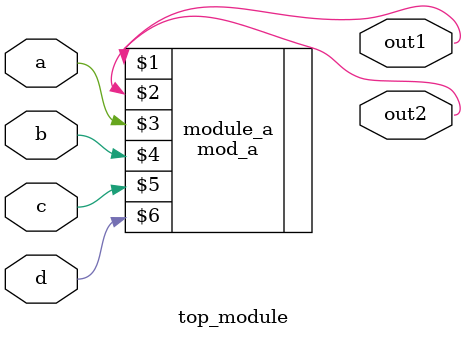
<source format=v>
module top_module(a,b,c,d,out1,out2);
    input a,b,c,d;
    output out1,out2;
    mod_a module_a (out1,out2,a,b,c,d);
endmodule
</source>
